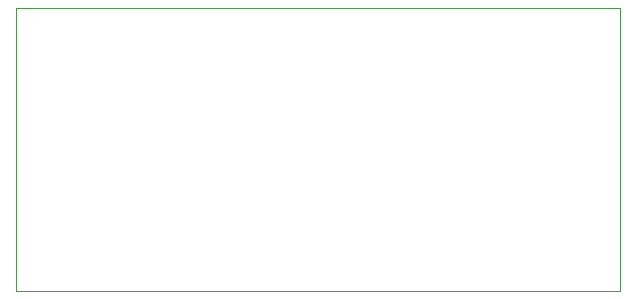
<source format=gbr>
%TF.GenerationSoftware,KiCad,Pcbnew,7.0.1*%
%TF.CreationDate,2023-04-28T10:50:47+02:00*%
%TF.ProjectId,zvukovka,7a76756b-6f76-46b6-912e-6b696361645f,rev?*%
%TF.SameCoordinates,Original*%
%TF.FileFunction,Profile,NP*%
%FSLAX46Y46*%
G04 Gerber Fmt 4.6, Leading zero omitted, Abs format (unit mm)*
G04 Created by KiCad (PCBNEW 7.0.1) date 2023-04-28 10:50:47*
%MOMM*%
%LPD*%
G01*
G04 APERTURE LIST*
%TA.AperFunction,Profile*%
%ADD10C,0.100000*%
%TD*%
G04 APERTURE END LIST*
D10*
X70250000Y-47900000D02*
X121400000Y-47900000D01*
X121400000Y-71900000D01*
X70250000Y-71900000D01*
X70250000Y-47900000D01*
M02*

</source>
